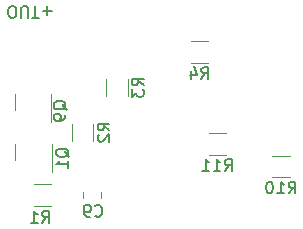
<source format=gbr>
%TF.GenerationSoftware,KiCad,Pcbnew,7.0.9*%
%TF.CreationDate,2023-11-29T13:30:04+01:00*%
%TF.ProjectId,Wzmacniacz r__nicowy do PW3015 ver.3,577a6d61-636e-4696-9163-7a2072f37c6e,rev?*%
%TF.SameCoordinates,Original*%
%TF.FileFunction,Legend,Bot*%
%TF.FilePolarity,Positive*%
%FSLAX46Y46*%
G04 Gerber Fmt 4.6, Leading zero omitted, Abs format (unit mm)*
G04 Created by KiCad (PCBNEW 7.0.9) date 2023-11-29 13:30:04*
%MOMM*%
%LPD*%
G01*
G04 APERTURE LIST*
%ADD10C,0.200000*%
%ADD11C,0.150000*%
%ADD12C,0.120000*%
G04 APERTURE END LIST*
D10*
X165060149Y-92132780D02*
X165250625Y-92132780D01*
X165250625Y-92132780D02*
X165345863Y-92085161D01*
X165345863Y-92085161D02*
X165441101Y-91989923D01*
X165441101Y-91989923D02*
X165488720Y-91799447D01*
X165488720Y-91799447D02*
X165488720Y-91466114D01*
X165488720Y-91466114D02*
X165441101Y-91275638D01*
X165441101Y-91275638D02*
X165345863Y-91180400D01*
X165345863Y-91180400D02*
X165250625Y-91132780D01*
X165250625Y-91132780D02*
X165060149Y-91132780D01*
X165060149Y-91132780D02*
X164964911Y-91180400D01*
X164964911Y-91180400D02*
X164869673Y-91275638D01*
X164869673Y-91275638D02*
X164822054Y-91466114D01*
X164822054Y-91466114D02*
X164822054Y-91799447D01*
X164822054Y-91799447D02*
X164869673Y-91989923D01*
X164869673Y-91989923D02*
X164964911Y-92085161D01*
X164964911Y-92085161D02*
X165060149Y-92132780D01*
X165917292Y-92132780D02*
X165917292Y-91323257D01*
X165917292Y-91323257D02*
X165964911Y-91228019D01*
X165964911Y-91228019D02*
X166012530Y-91180400D01*
X166012530Y-91180400D02*
X166107768Y-91132780D01*
X166107768Y-91132780D02*
X166298244Y-91132780D01*
X166298244Y-91132780D02*
X166393482Y-91180400D01*
X166393482Y-91180400D02*
X166441101Y-91228019D01*
X166441101Y-91228019D02*
X166488720Y-91323257D01*
X166488720Y-91323257D02*
X166488720Y-92132780D01*
X166822054Y-92132780D02*
X167393482Y-92132780D01*
X167107768Y-91132780D02*
X167107768Y-92132780D01*
X167726816Y-91513733D02*
X168488721Y-91513733D01*
X168107768Y-91132780D02*
X168107768Y-91894685D01*
D11*
X167666666Y-109454819D02*
X167999999Y-108978628D01*
X168238094Y-109454819D02*
X168238094Y-108454819D01*
X168238094Y-108454819D02*
X167857142Y-108454819D01*
X167857142Y-108454819D02*
X167761904Y-108502438D01*
X167761904Y-108502438D02*
X167714285Y-108550057D01*
X167714285Y-108550057D02*
X167666666Y-108645295D01*
X167666666Y-108645295D02*
X167666666Y-108788152D01*
X167666666Y-108788152D02*
X167714285Y-108883390D01*
X167714285Y-108883390D02*
X167761904Y-108931009D01*
X167761904Y-108931009D02*
X167857142Y-108978628D01*
X167857142Y-108978628D02*
X168238094Y-108978628D01*
X166714285Y-109454819D02*
X167285713Y-109454819D01*
X166999999Y-109454819D02*
X166999999Y-108454819D01*
X166999999Y-108454819D02*
X167095237Y-108597676D01*
X167095237Y-108597676D02*
X167190475Y-108692914D01*
X167190475Y-108692914D02*
X167285713Y-108740533D01*
X176274819Y-97833333D02*
X175798628Y-97500000D01*
X176274819Y-97261905D02*
X175274819Y-97261905D01*
X175274819Y-97261905D02*
X175274819Y-97642857D01*
X175274819Y-97642857D02*
X175322438Y-97738095D01*
X175322438Y-97738095D02*
X175370057Y-97785714D01*
X175370057Y-97785714D02*
X175465295Y-97833333D01*
X175465295Y-97833333D02*
X175608152Y-97833333D01*
X175608152Y-97833333D02*
X175703390Y-97785714D01*
X175703390Y-97785714D02*
X175751009Y-97738095D01*
X175751009Y-97738095D02*
X175798628Y-97642857D01*
X175798628Y-97642857D02*
X175798628Y-97261905D01*
X175274819Y-98166667D02*
X175274819Y-98785714D01*
X175274819Y-98785714D02*
X175655771Y-98452381D01*
X175655771Y-98452381D02*
X175655771Y-98595238D01*
X175655771Y-98595238D02*
X175703390Y-98690476D01*
X175703390Y-98690476D02*
X175751009Y-98738095D01*
X175751009Y-98738095D02*
X175846247Y-98785714D01*
X175846247Y-98785714D02*
X176084342Y-98785714D01*
X176084342Y-98785714D02*
X176179580Y-98738095D01*
X176179580Y-98738095D02*
X176227200Y-98690476D01*
X176227200Y-98690476D02*
X176274819Y-98595238D01*
X176274819Y-98595238D02*
X176274819Y-98309524D01*
X176274819Y-98309524D02*
X176227200Y-98214286D01*
X176227200Y-98214286D02*
X176179580Y-98166667D01*
X169950057Y-103904761D02*
X169902438Y-103809523D01*
X169902438Y-103809523D02*
X169807200Y-103714285D01*
X169807200Y-103714285D02*
X169664342Y-103571428D01*
X169664342Y-103571428D02*
X169616723Y-103476190D01*
X169616723Y-103476190D02*
X169616723Y-103380952D01*
X169854819Y-103428571D02*
X169807200Y-103333333D01*
X169807200Y-103333333D02*
X169711961Y-103238095D01*
X169711961Y-103238095D02*
X169521485Y-103190476D01*
X169521485Y-103190476D02*
X169188152Y-103190476D01*
X169188152Y-103190476D02*
X168997676Y-103238095D01*
X168997676Y-103238095D02*
X168902438Y-103333333D01*
X168902438Y-103333333D02*
X168854819Y-103428571D01*
X168854819Y-103428571D02*
X168854819Y-103619047D01*
X168854819Y-103619047D02*
X168902438Y-103714285D01*
X168902438Y-103714285D02*
X168997676Y-103809523D01*
X168997676Y-103809523D02*
X169188152Y-103857142D01*
X169188152Y-103857142D02*
X169521485Y-103857142D01*
X169521485Y-103857142D02*
X169711961Y-103809523D01*
X169711961Y-103809523D02*
X169807200Y-103714285D01*
X169807200Y-103714285D02*
X169854819Y-103619047D01*
X169854819Y-103619047D02*
X169854819Y-103428571D01*
X169854819Y-104809523D02*
X169854819Y-104238095D01*
X169854819Y-104523809D02*
X168854819Y-104523809D01*
X168854819Y-104523809D02*
X168997676Y-104428571D01*
X168997676Y-104428571D02*
X169092914Y-104333333D01*
X169092914Y-104333333D02*
X169140533Y-104238095D01*
X188542857Y-106974819D02*
X188876190Y-106498628D01*
X189114285Y-106974819D02*
X189114285Y-105974819D01*
X189114285Y-105974819D02*
X188733333Y-105974819D01*
X188733333Y-105974819D02*
X188638095Y-106022438D01*
X188638095Y-106022438D02*
X188590476Y-106070057D01*
X188590476Y-106070057D02*
X188542857Y-106165295D01*
X188542857Y-106165295D02*
X188542857Y-106308152D01*
X188542857Y-106308152D02*
X188590476Y-106403390D01*
X188590476Y-106403390D02*
X188638095Y-106451009D01*
X188638095Y-106451009D02*
X188733333Y-106498628D01*
X188733333Y-106498628D02*
X189114285Y-106498628D01*
X187590476Y-106974819D02*
X188161904Y-106974819D01*
X187876190Y-106974819D02*
X187876190Y-105974819D01*
X187876190Y-105974819D02*
X187971428Y-106117676D01*
X187971428Y-106117676D02*
X188066666Y-106212914D01*
X188066666Y-106212914D02*
X188161904Y-106260533D01*
X186971428Y-105974819D02*
X186876190Y-105974819D01*
X186876190Y-105974819D02*
X186780952Y-106022438D01*
X186780952Y-106022438D02*
X186733333Y-106070057D01*
X186733333Y-106070057D02*
X186685714Y-106165295D01*
X186685714Y-106165295D02*
X186638095Y-106355771D01*
X186638095Y-106355771D02*
X186638095Y-106593866D01*
X186638095Y-106593866D02*
X186685714Y-106784342D01*
X186685714Y-106784342D02*
X186733333Y-106879580D01*
X186733333Y-106879580D02*
X186780952Y-106927200D01*
X186780952Y-106927200D02*
X186876190Y-106974819D01*
X186876190Y-106974819D02*
X186971428Y-106974819D01*
X186971428Y-106974819D02*
X187066666Y-106927200D01*
X187066666Y-106927200D02*
X187114285Y-106879580D01*
X187114285Y-106879580D02*
X187161904Y-106784342D01*
X187161904Y-106784342D02*
X187209523Y-106593866D01*
X187209523Y-106593866D02*
X187209523Y-106355771D01*
X187209523Y-106355771D02*
X187161904Y-106165295D01*
X187161904Y-106165295D02*
X187114285Y-106070057D01*
X187114285Y-106070057D02*
X187066666Y-106022438D01*
X187066666Y-106022438D02*
X186971428Y-105974819D01*
X169750057Y-99904761D02*
X169702438Y-99809523D01*
X169702438Y-99809523D02*
X169607200Y-99714285D01*
X169607200Y-99714285D02*
X169464342Y-99571428D01*
X169464342Y-99571428D02*
X169416723Y-99476190D01*
X169416723Y-99476190D02*
X169416723Y-99380952D01*
X169654819Y-99428571D02*
X169607200Y-99333333D01*
X169607200Y-99333333D02*
X169511961Y-99238095D01*
X169511961Y-99238095D02*
X169321485Y-99190476D01*
X169321485Y-99190476D02*
X168988152Y-99190476D01*
X168988152Y-99190476D02*
X168797676Y-99238095D01*
X168797676Y-99238095D02*
X168702438Y-99333333D01*
X168702438Y-99333333D02*
X168654819Y-99428571D01*
X168654819Y-99428571D02*
X168654819Y-99619047D01*
X168654819Y-99619047D02*
X168702438Y-99714285D01*
X168702438Y-99714285D02*
X168797676Y-99809523D01*
X168797676Y-99809523D02*
X168988152Y-99857142D01*
X168988152Y-99857142D02*
X169321485Y-99857142D01*
X169321485Y-99857142D02*
X169511961Y-99809523D01*
X169511961Y-99809523D02*
X169607200Y-99714285D01*
X169607200Y-99714285D02*
X169654819Y-99619047D01*
X169654819Y-99619047D02*
X169654819Y-99428571D01*
X169654819Y-100333333D02*
X169654819Y-100523809D01*
X169654819Y-100523809D02*
X169607200Y-100619047D01*
X169607200Y-100619047D02*
X169559580Y-100666666D01*
X169559580Y-100666666D02*
X169416723Y-100761904D01*
X169416723Y-100761904D02*
X169226247Y-100809523D01*
X169226247Y-100809523D02*
X168845295Y-100809523D01*
X168845295Y-100809523D02*
X168750057Y-100761904D01*
X168750057Y-100761904D02*
X168702438Y-100714285D01*
X168702438Y-100714285D02*
X168654819Y-100619047D01*
X168654819Y-100619047D02*
X168654819Y-100428571D01*
X168654819Y-100428571D02*
X168702438Y-100333333D01*
X168702438Y-100333333D02*
X168750057Y-100285714D01*
X168750057Y-100285714D02*
X168845295Y-100238095D01*
X168845295Y-100238095D02*
X169083390Y-100238095D01*
X169083390Y-100238095D02*
X169178628Y-100285714D01*
X169178628Y-100285714D02*
X169226247Y-100333333D01*
X169226247Y-100333333D02*
X169273866Y-100428571D01*
X169273866Y-100428571D02*
X169273866Y-100619047D01*
X169273866Y-100619047D02*
X169226247Y-100714285D01*
X169226247Y-100714285D02*
X169178628Y-100761904D01*
X169178628Y-100761904D02*
X169083390Y-100809523D01*
X173374819Y-101633333D02*
X172898628Y-101300000D01*
X173374819Y-101061905D02*
X172374819Y-101061905D01*
X172374819Y-101061905D02*
X172374819Y-101442857D01*
X172374819Y-101442857D02*
X172422438Y-101538095D01*
X172422438Y-101538095D02*
X172470057Y-101585714D01*
X172470057Y-101585714D02*
X172565295Y-101633333D01*
X172565295Y-101633333D02*
X172708152Y-101633333D01*
X172708152Y-101633333D02*
X172803390Y-101585714D01*
X172803390Y-101585714D02*
X172851009Y-101538095D01*
X172851009Y-101538095D02*
X172898628Y-101442857D01*
X172898628Y-101442857D02*
X172898628Y-101061905D01*
X172470057Y-102014286D02*
X172422438Y-102061905D01*
X172422438Y-102061905D02*
X172374819Y-102157143D01*
X172374819Y-102157143D02*
X172374819Y-102395238D01*
X172374819Y-102395238D02*
X172422438Y-102490476D01*
X172422438Y-102490476D02*
X172470057Y-102538095D01*
X172470057Y-102538095D02*
X172565295Y-102585714D01*
X172565295Y-102585714D02*
X172660533Y-102585714D01*
X172660533Y-102585714D02*
X172803390Y-102538095D01*
X172803390Y-102538095D02*
X173374819Y-101966667D01*
X173374819Y-101966667D02*
X173374819Y-102585714D01*
X183142857Y-105074819D02*
X183476190Y-104598628D01*
X183714285Y-105074819D02*
X183714285Y-104074819D01*
X183714285Y-104074819D02*
X183333333Y-104074819D01*
X183333333Y-104074819D02*
X183238095Y-104122438D01*
X183238095Y-104122438D02*
X183190476Y-104170057D01*
X183190476Y-104170057D02*
X183142857Y-104265295D01*
X183142857Y-104265295D02*
X183142857Y-104408152D01*
X183142857Y-104408152D02*
X183190476Y-104503390D01*
X183190476Y-104503390D02*
X183238095Y-104551009D01*
X183238095Y-104551009D02*
X183333333Y-104598628D01*
X183333333Y-104598628D02*
X183714285Y-104598628D01*
X182190476Y-105074819D02*
X182761904Y-105074819D01*
X182476190Y-105074819D02*
X182476190Y-104074819D01*
X182476190Y-104074819D02*
X182571428Y-104217676D01*
X182571428Y-104217676D02*
X182666666Y-104312914D01*
X182666666Y-104312914D02*
X182761904Y-104360533D01*
X181238095Y-105074819D02*
X181809523Y-105074819D01*
X181523809Y-105074819D02*
X181523809Y-104074819D01*
X181523809Y-104074819D02*
X181619047Y-104217676D01*
X181619047Y-104217676D02*
X181714285Y-104312914D01*
X181714285Y-104312914D02*
X181809523Y-104360533D01*
X181166666Y-97274819D02*
X181499999Y-96798628D01*
X181738094Y-97274819D02*
X181738094Y-96274819D01*
X181738094Y-96274819D02*
X181357142Y-96274819D01*
X181357142Y-96274819D02*
X181261904Y-96322438D01*
X181261904Y-96322438D02*
X181214285Y-96370057D01*
X181214285Y-96370057D02*
X181166666Y-96465295D01*
X181166666Y-96465295D02*
X181166666Y-96608152D01*
X181166666Y-96608152D02*
X181214285Y-96703390D01*
X181214285Y-96703390D02*
X181261904Y-96751009D01*
X181261904Y-96751009D02*
X181357142Y-96798628D01*
X181357142Y-96798628D02*
X181738094Y-96798628D01*
X180309523Y-96608152D02*
X180309523Y-97274819D01*
X180547618Y-96227200D02*
X180785713Y-96941485D01*
X180785713Y-96941485D02*
X180166666Y-96941485D01*
X172166666Y-108859580D02*
X172214285Y-108907200D01*
X172214285Y-108907200D02*
X172357142Y-108954819D01*
X172357142Y-108954819D02*
X172452380Y-108954819D01*
X172452380Y-108954819D02*
X172595237Y-108907200D01*
X172595237Y-108907200D02*
X172690475Y-108811961D01*
X172690475Y-108811961D02*
X172738094Y-108716723D01*
X172738094Y-108716723D02*
X172785713Y-108526247D01*
X172785713Y-108526247D02*
X172785713Y-108383390D01*
X172785713Y-108383390D02*
X172738094Y-108192914D01*
X172738094Y-108192914D02*
X172690475Y-108097676D01*
X172690475Y-108097676D02*
X172595237Y-108002438D01*
X172595237Y-108002438D02*
X172452380Y-107954819D01*
X172452380Y-107954819D02*
X172357142Y-107954819D01*
X172357142Y-107954819D02*
X172214285Y-108002438D01*
X172214285Y-108002438D02*
X172166666Y-108050057D01*
X171690475Y-108954819D02*
X171499999Y-108954819D01*
X171499999Y-108954819D02*
X171404761Y-108907200D01*
X171404761Y-108907200D02*
X171357142Y-108859580D01*
X171357142Y-108859580D02*
X171261904Y-108716723D01*
X171261904Y-108716723D02*
X171214285Y-108526247D01*
X171214285Y-108526247D02*
X171214285Y-108145295D01*
X171214285Y-108145295D02*
X171261904Y-108050057D01*
X171261904Y-108050057D02*
X171309523Y-108002438D01*
X171309523Y-108002438D02*
X171404761Y-107954819D01*
X171404761Y-107954819D02*
X171595237Y-107954819D01*
X171595237Y-107954819D02*
X171690475Y-108002438D01*
X171690475Y-108002438D02*
X171738094Y-108050057D01*
X171738094Y-108050057D02*
X171785713Y-108145295D01*
X171785713Y-108145295D02*
X171785713Y-108383390D01*
X171785713Y-108383390D02*
X171738094Y-108478628D01*
X171738094Y-108478628D02*
X171690475Y-108526247D01*
X171690475Y-108526247D02*
X171595237Y-108573866D01*
X171595237Y-108573866D02*
X171404761Y-108573866D01*
X171404761Y-108573866D02*
X171309523Y-108526247D01*
X171309523Y-108526247D02*
X171261904Y-108478628D01*
X171261904Y-108478628D02*
X171214285Y-108383390D01*
D12*
%TO.C,R1*%
X168427064Y-108010000D02*
X166972936Y-108010000D01*
X168427064Y-106190000D02*
X166972936Y-106190000D01*
%TO.C,R3*%
X173090000Y-98727064D02*
X173090000Y-97272936D01*
X174910000Y-98727064D02*
X174910000Y-97272936D01*
%TO.C,Q1*%
X165390000Y-103462500D02*
X165390000Y-104112500D01*
X165390000Y-103462500D02*
X165390000Y-102812500D01*
X168510000Y-103462500D02*
X168510000Y-105137500D01*
X168510000Y-103462500D02*
X168510000Y-102812500D01*
%TO.C,R10*%
X187172936Y-103790000D02*
X188627064Y-103790000D01*
X187172936Y-105610000D02*
X188627064Y-105610000D01*
%TO.C,Q9*%
X165340000Y-99237500D02*
X165340000Y-99887500D01*
X165340000Y-99237500D02*
X165340000Y-98587500D01*
X168460000Y-99237500D02*
X168460000Y-100912500D01*
X168460000Y-99237500D02*
X168460000Y-98587500D01*
%TO.C,R2*%
X170190000Y-102527064D02*
X170190000Y-101072936D01*
X172010000Y-102527064D02*
X172010000Y-101072936D01*
%TO.C,R11*%
X181772936Y-101890000D02*
X183227064Y-101890000D01*
X181772936Y-103710000D02*
X183227064Y-103710000D01*
%TO.C,R4*%
X180272936Y-94090000D02*
X181727064Y-94090000D01*
X180272936Y-95910000D02*
X181727064Y-95910000D01*
%TO.C,C9*%
X172635000Y-106838748D02*
X172635000Y-107361252D01*
X171165000Y-106838748D02*
X171165000Y-107361252D01*
%TD*%
M02*

</source>
